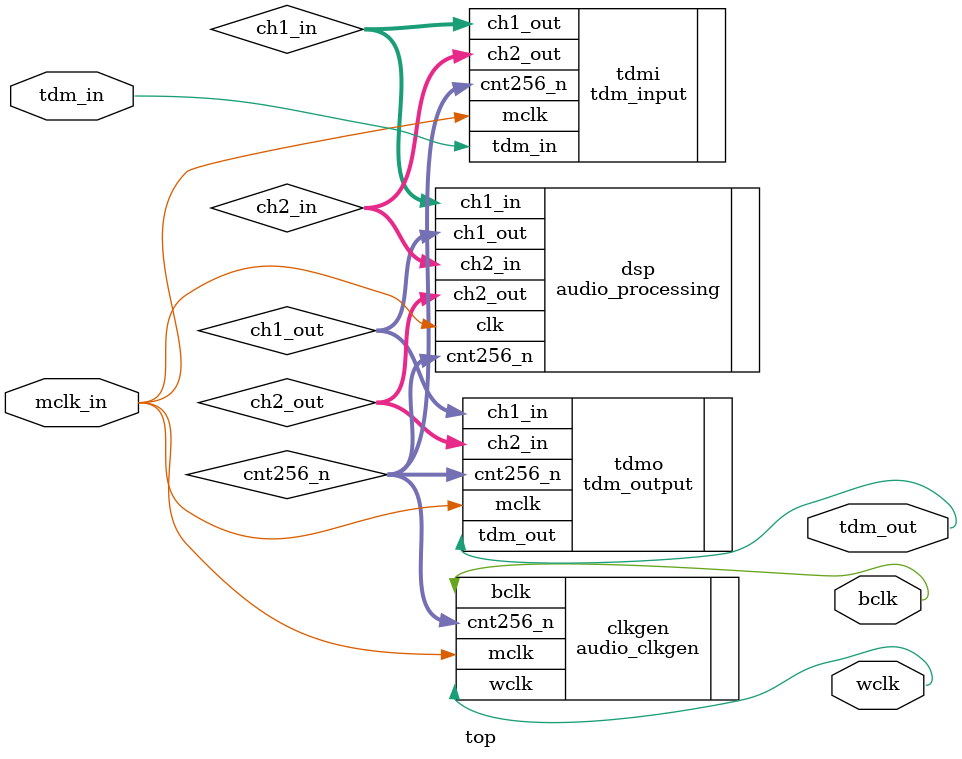
<source format=v>
`timescale 1ns / 1ps

module top(
	input mclk_in,
	input tdm_in,
	output bclk,
	output wclk,
	output tdm_out
    );

	wire [7:0] cnt256_n;
	wire [15:0] ch1_in;
	wire [15:0] ch2_in;
	wire [15:0] ch1_out;
	wire [15:0] ch2_out;

	tdm_input tdmi (
		.mclk(mclk_in), 
		.cnt256_n(cnt256_n), 
		.tdm_in(tdm_in), 
		.ch1_out(ch1_in), 
		.ch2_out(ch2_in)
	);

	audio_clkgen clkgen (
		.mclk(mclk_in), 
		.cnt256_n(cnt256_n),
		.bclk(bclk), 
		.wclk(wclk), 
	);

	audio_processing dsp(
		.clk(mclk_in),
		.cnt256_n(cnt256_n),
		.ch1_in(ch1_in),
		.ch2_in(ch2_in),
		.ch1_out(ch1_out),
		.ch2_out(ch2_out)
	);

	tdm_output tdmo(
		.mclk(mclk_in),
		.cnt256_n(cnt256_n),
		.ch1_in(ch1_out),
		.ch2_in(ch2_out),
		.tdm_out(tdm_out)
	);
endmodule

</source>
